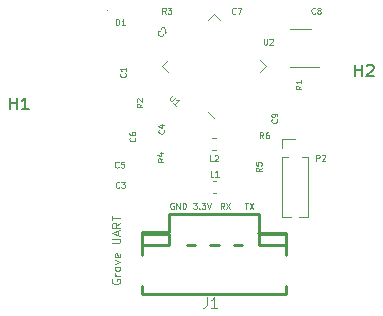
<source format=gbr>
G04 #@! TF.GenerationSoftware,KiCad,Pcbnew,5.1.9*
G04 #@! TF.CreationDate,2021-04-01T11:10:47+02:00*
G04 #@! TF.ProjectId,Y11025HL,59313130-3235-4484-9c2e-6b696361645f,rev?*
G04 #@! TF.SameCoordinates,Original*
G04 #@! TF.FileFunction,Legend,Top*
G04 #@! TF.FilePolarity,Positive*
%FSLAX45Y45*%
G04 Gerber Fmt 4.5, Leading zero omitted, Abs format (unit mm)*
G04 Created by KiCad (PCBNEW 5.1.9) date 2021-04-01 11:10:47*
%MOMM*%
%LPD*%
G01*
G04 APERTURE LIST*
%ADD10C,0.070000*%
%ADD11C,0.254000*%
%ADD12C,0.120000*%
%ADD13C,0.100000*%
%ADD14C,0.101600*%
%ADD15C,0.080000*%
%ADD16C,0.150000*%
G04 APERTURE END LIST*
D10*
X10261605Y-10494569D02*
X10290176Y-10494569D01*
X10275890Y-10544569D02*
X10275890Y-10494569D01*
X10302081Y-10494569D02*
X10335414Y-10544569D01*
X10335414Y-10494569D02*
X10302081Y-10544569D01*
X10088167Y-10544569D02*
X10071500Y-10520760D01*
X10059595Y-10544569D02*
X10059595Y-10494569D01*
X10078643Y-10494569D01*
X10083405Y-10496950D01*
X10085786Y-10499331D01*
X10088167Y-10504093D01*
X10088167Y-10511236D01*
X10085786Y-10515998D01*
X10083405Y-10518379D01*
X10078643Y-10520760D01*
X10059595Y-10520760D01*
X10104833Y-10494569D02*
X10138167Y-10544569D01*
X10138167Y-10494569D02*
X10104833Y-10544569D01*
X9825840Y-10494569D02*
X9856793Y-10494569D01*
X9840126Y-10513617D01*
X9847269Y-10513617D01*
X9852031Y-10515998D01*
X9854412Y-10518379D01*
X9856793Y-10523140D01*
X9856793Y-10535045D01*
X9854412Y-10539807D01*
X9852031Y-10542188D01*
X9847269Y-10544569D01*
X9832983Y-10544569D01*
X9828221Y-10542188D01*
X9825840Y-10539807D01*
X9878221Y-10539807D02*
X9880602Y-10542188D01*
X9878221Y-10544569D01*
X9875840Y-10542188D01*
X9878221Y-10539807D01*
X9878221Y-10544569D01*
X9897269Y-10494569D02*
X9928221Y-10494569D01*
X9911555Y-10513617D01*
X9918698Y-10513617D01*
X9923460Y-10515998D01*
X9925840Y-10518379D01*
X9928221Y-10523140D01*
X9928221Y-10535045D01*
X9925840Y-10539807D01*
X9923460Y-10542188D01*
X9918698Y-10544569D01*
X9904412Y-10544569D01*
X9899650Y-10542188D01*
X9897269Y-10539807D01*
X9942507Y-10494569D02*
X9959174Y-10544569D01*
X9975840Y-10494569D01*
X9658355Y-10496950D02*
X9653593Y-10494569D01*
X9646450Y-10494569D01*
X9639307Y-10496950D01*
X9634545Y-10501712D01*
X9632164Y-10506474D01*
X9629783Y-10515998D01*
X9629783Y-10523140D01*
X9632164Y-10532664D01*
X9634545Y-10537426D01*
X9639307Y-10542188D01*
X9646450Y-10544569D01*
X9651212Y-10544569D01*
X9658355Y-10542188D01*
X9660736Y-10539807D01*
X9660736Y-10523140D01*
X9651212Y-10523140D01*
X9682164Y-10544569D02*
X9682164Y-10494569D01*
X9710736Y-10544569D01*
X9710736Y-10494569D01*
X9734545Y-10544569D02*
X9734545Y-10494569D01*
X9746450Y-10494569D01*
X9753593Y-10496950D01*
X9758355Y-10501712D01*
X9760736Y-10506474D01*
X9763117Y-10515998D01*
X9763117Y-10523140D01*
X9760736Y-10532664D01*
X9758355Y-10537426D01*
X9753593Y-10542188D01*
X9746450Y-10544569D01*
X9734545Y-10544569D01*
D11*
X9840234Y-10847188D02*
X9770130Y-10847188D01*
X10039878Y-10847188D02*
X9970028Y-10847188D01*
X10239776Y-10847188D02*
X10169926Y-10847188D01*
X10379984Y-10590140D02*
X10379984Y-10747112D01*
X9620016Y-10590140D02*
X10379984Y-10590140D01*
X9620016Y-10737460D02*
X9620016Y-10590140D01*
X9390146Y-11267050D02*
X9390146Y-11197200D01*
X9390146Y-10937104D02*
X9390146Y-10737460D01*
X10609854Y-10937104D02*
X10609854Y-10747112D01*
X10609854Y-11267050D02*
X10609854Y-11197200D01*
X9390146Y-10847188D02*
X9390146Y-10911704D01*
X9390146Y-11267050D02*
X9390146Y-11197200D01*
X10609854Y-10847188D02*
X10609854Y-10911704D01*
X10609854Y-11267050D02*
X10609854Y-11197200D01*
X9622556Y-10737968D02*
X9394718Y-10737968D01*
X10605282Y-10747874D02*
X10377444Y-10747874D01*
X10609854Y-11267050D02*
X9390146Y-11267050D01*
X9390146Y-10757272D02*
X9390146Y-10847188D01*
X9620016Y-10757272D02*
X9390146Y-10757272D01*
X9620016Y-10847188D02*
X9620016Y-10757272D01*
X9620016Y-10847188D02*
X9390146Y-10847188D01*
X10379984Y-10757272D02*
X10379984Y-10847188D01*
X10609854Y-10757272D02*
X10379984Y-10757272D01*
X10609854Y-10847188D02*
X10609854Y-10757272D01*
X10609854Y-11267050D02*
X9390146Y-11267050D01*
X10609854Y-10847188D02*
X10379984Y-10847188D01*
D12*
X9948167Y-9721287D02*
X10001200Y-9774320D01*
X10001200Y-8894680D02*
X9948167Y-8947713D01*
X10054233Y-8947713D02*
X10001200Y-8894680D01*
X10441020Y-9334500D02*
X10387987Y-9387533D01*
X10387987Y-9281467D02*
X10441020Y-9334500D01*
X9561380Y-9334500D02*
X9614413Y-9281467D01*
X9614413Y-9387533D02*
X9561380Y-9334500D01*
D13*
X9099450Y-8864600D02*
G75*
G03*
X9099450Y-8864600I-5000J0D01*
G01*
D12*
X9988722Y-10312200D02*
X10021278Y-10312200D01*
X9988722Y-10414200D02*
X10021278Y-10414200D01*
X9983702Y-10045900D02*
X10016258Y-10045900D01*
X9983702Y-9943900D02*
X10016258Y-9943900D01*
X10576000Y-9957000D02*
X10687000Y-9957000D01*
X10576000Y-10033000D02*
X10576000Y-9957000D01*
X10743347Y-10109000D02*
X10798000Y-10109000D01*
X10576000Y-10109000D02*
X10630653Y-10109000D01*
X10798000Y-10109000D02*
X10798000Y-10610500D01*
X10576000Y-10109000D02*
X10576000Y-10610500D01*
X10717753Y-10610500D02*
X10798000Y-10610500D01*
X10576000Y-10610500D02*
X10656247Y-10610500D01*
X10641500Y-9343100D02*
X10886500Y-9343100D01*
X10821500Y-9021100D02*
X10641500Y-9021100D01*
D14*
X9938617Y-11294567D02*
X9938617Y-11358067D01*
X9934383Y-11370767D01*
X9925917Y-11379233D01*
X9913217Y-11383467D01*
X9904750Y-11383467D01*
X10027517Y-11383467D02*
X9976717Y-11383467D01*
X10002117Y-11383467D02*
X10002117Y-11294567D01*
X9993650Y-11307267D01*
X9985183Y-11315733D01*
X9976717Y-11319967D01*
D15*
X9140750Y-11143267D02*
X9137417Y-11149933D01*
X9137417Y-11159933D01*
X9140750Y-11169933D01*
X9147417Y-11176600D01*
X9154083Y-11179933D01*
X9167417Y-11183267D01*
X9177417Y-11183267D01*
X9190750Y-11179933D01*
X9197417Y-11176600D01*
X9204083Y-11169933D01*
X9207417Y-11159933D01*
X9207417Y-11153267D01*
X9204083Y-11143267D01*
X9200750Y-11139933D01*
X9177417Y-11139933D01*
X9177417Y-11153267D01*
X9207417Y-11109933D02*
X9160750Y-11109933D01*
X9174083Y-11109933D02*
X9167417Y-11106600D01*
X9164083Y-11103267D01*
X9160750Y-11096600D01*
X9160750Y-11089933D01*
X9207417Y-11056600D02*
X9204083Y-11063267D01*
X9200750Y-11066600D01*
X9194083Y-11069933D01*
X9174083Y-11069933D01*
X9167417Y-11066600D01*
X9164083Y-11063267D01*
X9160750Y-11056600D01*
X9160750Y-11046600D01*
X9164083Y-11039933D01*
X9167417Y-11036600D01*
X9174083Y-11033267D01*
X9194083Y-11033267D01*
X9200750Y-11036600D01*
X9204083Y-11039933D01*
X9207417Y-11046600D01*
X9207417Y-11056600D01*
X9160750Y-11009933D02*
X9207417Y-10993267D01*
X9160750Y-10976600D01*
X9204083Y-10923267D02*
X9207417Y-10929933D01*
X9207417Y-10943267D01*
X9204083Y-10949933D01*
X9197417Y-10953267D01*
X9170750Y-10953267D01*
X9164083Y-10949933D01*
X9160750Y-10943267D01*
X9160750Y-10929933D01*
X9164083Y-10923267D01*
X9170750Y-10919933D01*
X9177417Y-10919933D01*
X9184083Y-10953267D01*
X9137417Y-10836600D02*
X9194083Y-10836600D01*
X9200750Y-10833267D01*
X9204083Y-10829933D01*
X9207417Y-10823267D01*
X9207417Y-10809933D01*
X9204083Y-10803267D01*
X9200750Y-10799933D01*
X9194083Y-10796600D01*
X9137417Y-10796600D01*
X9187417Y-10766600D02*
X9187417Y-10733267D01*
X9207417Y-10773267D02*
X9137417Y-10749933D01*
X9207417Y-10726600D01*
X9207417Y-10663267D02*
X9174083Y-10686600D01*
X9207417Y-10703267D02*
X9137417Y-10703267D01*
X9137417Y-10676600D01*
X9140750Y-10669933D01*
X9144083Y-10666600D01*
X9150750Y-10663267D01*
X9160750Y-10663267D01*
X9167417Y-10666600D01*
X9170750Y-10669933D01*
X9174083Y-10676600D01*
X9174083Y-10703267D01*
X9137417Y-10643267D02*
X9137417Y-10603267D01*
X9207417Y-10623267D02*
X9137417Y-10623267D01*
D10*
X9657124Y-9580301D02*
X9628503Y-9608922D01*
X9626819Y-9613973D01*
X9626819Y-9617340D01*
X9628503Y-9622391D01*
X9635237Y-9629125D01*
X9640288Y-9630809D01*
X9643655Y-9630809D01*
X9648706Y-9629125D01*
X9677327Y-9600504D01*
X9677327Y-9671215D02*
X9657124Y-9651012D01*
X9667225Y-9661114D02*
X9702581Y-9625758D01*
X9694163Y-9627442D01*
X9687428Y-9627442D01*
X9682378Y-9625758D01*
X9250757Y-9397683D02*
X9253138Y-9400064D01*
X9255519Y-9407207D01*
X9255519Y-9411969D01*
X9253138Y-9419112D01*
X9248376Y-9423874D01*
X9243614Y-9426255D01*
X9234090Y-9428636D01*
X9226948Y-9428636D01*
X9217424Y-9426255D01*
X9212662Y-9423874D01*
X9207900Y-9419112D01*
X9205519Y-9411969D01*
X9205519Y-9407207D01*
X9207900Y-9400064D01*
X9210281Y-9397683D01*
X9255519Y-9350064D02*
X9255519Y-9378636D01*
X9255519Y-9364350D02*
X9205519Y-9364350D01*
X9212662Y-9369112D01*
X9217424Y-9373874D01*
X9219805Y-9378636D01*
X9569839Y-9067265D02*
X9569839Y-9070632D01*
X9566472Y-9077366D01*
X9563105Y-9080733D01*
X9556370Y-9084101D01*
X9549636Y-9084101D01*
X9544585Y-9082417D01*
X9536167Y-9077366D01*
X9531117Y-9072316D01*
X9526066Y-9063898D01*
X9524382Y-9058847D01*
X9524382Y-9052112D01*
X9527749Y-9045378D01*
X9531117Y-9042011D01*
X9537851Y-9038644D01*
X9541218Y-9038644D01*
X9554687Y-9025175D02*
X9554687Y-9021808D01*
X9556370Y-9016757D01*
X9564788Y-9008339D01*
X9569839Y-9006656D01*
X9573206Y-9006656D01*
X9578257Y-9008339D01*
X9581624Y-9011706D01*
X9584991Y-9018441D01*
X9584991Y-9058847D01*
X9606878Y-9036960D01*
X9199167Y-10362007D02*
X9196786Y-10364388D01*
X9189643Y-10366769D01*
X9184881Y-10366769D01*
X9177738Y-10364388D01*
X9172976Y-10359626D01*
X9170595Y-10354864D01*
X9168214Y-10345340D01*
X9168214Y-10338198D01*
X9170595Y-10328674D01*
X9172976Y-10323912D01*
X9177738Y-10319150D01*
X9184881Y-10316769D01*
X9189643Y-10316769D01*
X9196786Y-10319150D01*
X9199167Y-10321531D01*
X9215833Y-10316769D02*
X9246786Y-10316769D01*
X9230119Y-10335817D01*
X9237262Y-10335817D01*
X9242024Y-10338198D01*
X9244405Y-10340579D01*
X9246786Y-10345340D01*
X9246786Y-10357245D01*
X9244405Y-10362007D01*
X9242024Y-10364388D01*
X9237262Y-10366769D01*
X9222976Y-10366769D01*
X9218214Y-10364388D01*
X9215833Y-10362007D01*
X9574607Y-9876233D02*
X9576988Y-9878614D01*
X9579369Y-9885757D01*
X9579369Y-9890519D01*
X9576988Y-9897662D01*
X9572226Y-9902424D01*
X9567464Y-9904805D01*
X9557940Y-9907186D01*
X9550798Y-9907186D01*
X9541274Y-9904805D01*
X9536512Y-9902424D01*
X9531750Y-9897662D01*
X9529369Y-9890519D01*
X9529369Y-9885757D01*
X9531750Y-9878614D01*
X9534131Y-9876233D01*
X9546036Y-9833376D02*
X9579369Y-9833376D01*
X9526988Y-9845281D02*
X9562702Y-9857186D01*
X9562702Y-9826233D01*
X9192817Y-10190557D02*
X9190436Y-10192938D01*
X9183293Y-10195319D01*
X9178531Y-10195319D01*
X9171388Y-10192938D01*
X9166626Y-10188176D01*
X9164245Y-10183414D01*
X9161864Y-10173890D01*
X9161864Y-10166748D01*
X9164245Y-10157224D01*
X9166626Y-10152462D01*
X9171388Y-10147700D01*
X9178531Y-10145319D01*
X9183293Y-10145319D01*
X9190436Y-10147700D01*
X9192817Y-10150081D01*
X9238055Y-10145319D02*
X9214245Y-10145319D01*
X9211864Y-10169129D01*
X9214245Y-10166748D01*
X9219007Y-10164367D01*
X9230912Y-10164367D01*
X9235674Y-10166748D01*
X9238055Y-10169129D01*
X9240436Y-10173890D01*
X9240436Y-10185795D01*
X9238055Y-10190557D01*
X9235674Y-10192938D01*
X9230912Y-10195319D01*
X9219007Y-10195319D01*
X9214245Y-10192938D01*
X9211864Y-10190557D01*
X9330767Y-9942033D02*
X9333148Y-9944414D01*
X9335529Y-9951557D01*
X9335529Y-9956319D01*
X9333148Y-9963462D01*
X9328386Y-9968224D01*
X9323624Y-9970605D01*
X9314100Y-9972986D01*
X9306958Y-9972986D01*
X9297434Y-9970605D01*
X9292672Y-9968224D01*
X9287910Y-9963462D01*
X9285529Y-9956319D01*
X9285529Y-9951557D01*
X9287910Y-9944414D01*
X9290291Y-9942033D01*
X9285529Y-9899176D02*
X9285529Y-9908700D01*
X9287910Y-9913462D01*
X9290291Y-9915843D01*
X9297434Y-9920605D01*
X9306958Y-9922986D01*
X9326005Y-9922986D01*
X9330767Y-9920605D01*
X9333148Y-9918224D01*
X9335529Y-9913462D01*
X9335529Y-9903938D01*
X9333148Y-9899176D01*
X9330767Y-9896795D01*
X9326005Y-9894414D01*
X9314100Y-9894414D01*
X9309339Y-9896795D01*
X9306958Y-9899176D01*
X9304577Y-9903938D01*
X9304577Y-9913462D01*
X9306958Y-9918224D01*
X9309339Y-9920605D01*
X9314100Y-9922986D01*
X10183367Y-8888807D02*
X10180986Y-8891188D01*
X10173843Y-8893569D01*
X10169081Y-8893569D01*
X10161938Y-8891188D01*
X10157176Y-8886426D01*
X10154795Y-8881664D01*
X10152414Y-8872140D01*
X10152414Y-8864998D01*
X10154795Y-8855474D01*
X10157176Y-8850712D01*
X10161938Y-8845950D01*
X10169081Y-8843569D01*
X10173843Y-8843569D01*
X10180986Y-8845950D01*
X10183367Y-8848331D01*
X10200033Y-8843569D02*
X10233367Y-8843569D01*
X10211938Y-8893569D01*
X10856517Y-8888807D02*
X10854136Y-8891188D01*
X10846993Y-8893569D01*
X10842231Y-8893569D01*
X10835088Y-8891188D01*
X10830326Y-8886426D01*
X10827945Y-8881664D01*
X10825564Y-8872140D01*
X10825564Y-8864998D01*
X10827945Y-8855474D01*
X10830326Y-8850712D01*
X10835088Y-8845950D01*
X10842231Y-8843569D01*
X10846993Y-8843569D01*
X10854136Y-8845950D01*
X10856517Y-8848331D01*
X10885088Y-8864998D02*
X10880326Y-8862617D01*
X10877945Y-8860236D01*
X10875564Y-8855474D01*
X10875564Y-8853093D01*
X10877945Y-8848331D01*
X10880326Y-8845950D01*
X10885088Y-8843569D01*
X10894612Y-8843569D01*
X10899374Y-8845950D01*
X10901755Y-8848331D01*
X10904136Y-8853093D01*
X10904136Y-8855474D01*
X10901755Y-8860236D01*
X10899374Y-8862617D01*
X10894612Y-8864998D01*
X10885088Y-8864998D01*
X10880326Y-8867379D01*
X10877945Y-8869760D01*
X10875564Y-8874521D01*
X10875564Y-8884045D01*
X10877945Y-8888807D01*
X10880326Y-8891188D01*
X10885088Y-8893569D01*
X10894612Y-8893569D01*
X10899374Y-8891188D01*
X10901755Y-8888807D01*
X10904136Y-8884045D01*
X10904136Y-8874521D01*
X10901755Y-8869760D01*
X10899374Y-8867379D01*
X10894612Y-8864998D01*
X10532257Y-9786303D02*
X10534638Y-9788684D01*
X10537019Y-9795827D01*
X10537019Y-9800589D01*
X10534638Y-9807732D01*
X10529876Y-9812494D01*
X10525114Y-9814875D01*
X10515590Y-9817256D01*
X10508448Y-9817256D01*
X10498924Y-9814875D01*
X10494162Y-9812494D01*
X10489400Y-9807732D01*
X10487019Y-9800589D01*
X10487019Y-9795827D01*
X10489400Y-9788684D01*
X10491781Y-9786303D01*
X10537019Y-9762494D02*
X10537019Y-9752970D01*
X10534638Y-9748208D01*
X10532257Y-9745827D01*
X10525114Y-9741065D01*
X10515590Y-9738684D01*
X10496543Y-9738684D01*
X10491781Y-9741065D01*
X10489400Y-9743446D01*
X10487019Y-9748208D01*
X10487019Y-9757732D01*
X10489400Y-9762494D01*
X10491781Y-9764875D01*
X10496543Y-9767256D01*
X10508448Y-9767256D01*
X10513210Y-9764875D01*
X10515590Y-9762494D01*
X10517971Y-9757732D01*
X10517971Y-9748208D01*
X10515590Y-9743446D01*
X10513210Y-9741065D01*
X10508448Y-9738684D01*
X9170595Y-8988819D02*
X9170595Y-8938819D01*
X9182500Y-8938819D01*
X9189643Y-8941200D01*
X9194405Y-8945962D01*
X9196786Y-8950724D01*
X9199167Y-8960248D01*
X9199167Y-8967390D01*
X9196786Y-8976914D01*
X9194405Y-8981676D01*
X9189643Y-8986438D01*
X9182500Y-8988819D01*
X9170595Y-8988819D01*
X9246786Y-8988819D02*
X9218214Y-8988819D01*
X9232500Y-8988819D02*
X9232500Y-8938819D01*
X9227738Y-8945962D01*
X9222976Y-8950724D01*
X9218214Y-8953105D01*
X9996667Y-10271519D02*
X9972857Y-10271519D01*
X9972857Y-10221519D01*
X10039524Y-10271519D02*
X10010952Y-10271519D01*
X10025238Y-10271519D02*
X10025238Y-10221519D01*
X10020476Y-10228662D01*
X10015714Y-10233424D01*
X10010952Y-10235805D01*
X9991647Y-10139419D02*
X9967837Y-10139419D01*
X9967837Y-10089419D01*
X10005932Y-10094181D02*
X10008313Y-10091800D01*
X10013075Y-10089419D01*
X10024980Y-10089419D01*
X10029742Y-10091800D01*
X10032123Y-10094181D01*
X10034504Y-10098943D01*
X10034504Y-10103705D01*
X10032123Y-10110848D01*
X10003551Y-10139419D01*
X10034504Y-10139419D01*
X10866045Y-10138169D02*
X10866045Y-10088169D01*
X10885093Y-10088169D01*
X10889855Y-10090550D01*
X10892236Y-10092931D01*
X10894617Y-10097693D01*
X10894617Y-10104836D01*
X10892236Y-10109598D01*
X10889855Y-10111979D01*
X10885093Y-10114360D01*
X10866045Y-10114360D01*
X10913664Y-10092931D02*
X10916045Y-10090550D01*
X10920807Y-10088169D01*
X10932712Y-10088169D01*
X10937474Y-10090550D01*
X10939855Y-10092931D01*
X10942236Y-10097693D01*
X10942236Y-10102455D01*
X10939855Y-10109598D01*
X10911283Y-10138169D01*
X10942236Y-10138169D01*
X10741469Y-9501583D02*
X10717660Y-9518250D01*
X10741469Y-9530155D02*
X10691469Y-9530155D01*
X10691469Y-9511107D01*
X10693850Y-9506345D01*
X10696231Y-9503964D01*
X10700993Y-9501583D01*
X10708136Y-9501583D01*
X10712898Y-9503964D01*
X10715279Y-9506345D01*
X10717660Y-9511107D01*
X10717660Y-9530155D01*
X10741469Y-9453964D02*
X10741469Y-9482536D01*
X10741469Y-9468250D02*
X10691469Y-9468250D01*
X10698612Y-9473012D01*
X10703374Y-9477774D01*
X10705755Y-9482536D01*
X9395219Y-9656283D02*
X9371410Y-9672950D01*
X9395219Y-9684855D02*
X9345219Y-9684855D01*
X9345219Y-9665807D01*
X9347600Y-9661045D01*
X9349981Y-9658664D01*
X9354743Y-9656283D01*
X9361886Y-9656283D01*
X9366648Y-9658664D01*
X9369029Y-9661045D01*
X9371410Y-9665807D01*
X9371410Y-9684855D01*
X9349981Y-9637236D02*
X9347600Y-9634855D01*
X9345219Y-9630093D01*
X9345219Y-9618188D01*
X9347600Y-9613426D01*
X9349981Y-9611045D01*
X9354743Y-9608664D01*
X9359505Y-9608664D01*
X9366648Y-9611045D01*
X9395219Y-9639617D01*
X9395219Y-9608664D01*
X9592867Y-8893569D02*
X9576200Y-8869760D01*
X9564295Y-8893569D02*
X9564295Y-8843569D01*
X9583343Y-8843569D01*
X9588105Y-8845950D01*
X9590486Y-8848331D01*
X9592867Y-8853093D01*
X9592867Y-8860236D01*
X9590486Y-8864998D01*
X9588105Y-8867379D01*
X9583343Y-8869760D01*
X9564295Y-8869760D01*
X9609533Y-8843569D02*
X9640486Y-8843569D01*
X9623819Y-8862617D01*
X9630962Y-8862617D01*
X9635724Y-8864998D01*
X9638105Y-8867379D01*
X9640486Y-8872140D01*
X9640486Y-8884045D01*
X9638105Y-8888807D01*
X9635724Y-8891188D01*
X9630962Y-8893569D01*
X9616676Y-8893569D01*
X9611914Y-8891188D01*
X9609533Y-8888807D01*
X9573019Y-10117533D02*
X9549210Y-10134200D01*
X9573019Y-10146105D02*
X9523019Y-10146105D01*
X9523019Y-10127057D01*
X9525400Y-10122295D01*
X9527781Y-10119914D01*
X9532543Y-10117533D01*
X9539686Y-10117533D01*
X9544448Y-10119914D01*
X9546829Y-10122295D01*
X9549210Y-10127057D01*
X9549210Y-10146105D01*
X9539686Y-10074676D02*
X9573019Y-10074676D01*
X9520638Y-10086581D02*
X9556352Y-10098486D01*
X9556352Y-10067533D01*
X10403569Y-10197633D02*
X10379760Y-10214300D01*
X10403569Y-10226205D02*
X10353569Y-10226205D01*
X10353569Y-10207157D01*
X10355950Y-10202395D01*
X10358331Y-10200014D01*
X10363093Y-10197633D01*
X10370236Y-10197633D01*
X10374998Y-10200014D01*
X10377379Y-10202395D01*
X10379760Y-10207157D01*
X10379760Y-10226205D01*
X10353569Y-10152395D02*
X10353569Y-10176205D01*
X10377379Y-10178586D01*
X10374998Y-10176205D01*
X10372617Y-10171443D01*
X10372617Y-10159538D01*
X10374998Y-10154776D01*
X10377379Y-10152395D01*
X10382140Y-10150014D01*
X10394045Y-10150014D01*
X10398807Y-10152395D01*
X10401188Y-10154776D01*
X10403569Y-10159538D01*
X10403569Y-10171443D01*
X10401188Y-10176205D01*
X10398807Y-10178586D01*
X10418367Y-9947719D02*
X10401700Y-9923910D01*
X10389795Y-9947719D02*
X10389795Y-9897719D01*
X10408843Y-9897719D01*
X10413605Y-9900100D01*
X10415986Y-9902481D01*
X10418367Y-9907243D01*
X10418367Y-9914386D01*
X10415986Y-9919148D01*
X10413605Y-9921529D01*
X10408843Y-9923910D01*
X10389795Y-9923910D01*
X10461224Y-9897719D02*
X10451700Y-9897719D01*
X10446938Y-9900100D01*
X10444557Y-9902481D01*
X10439795Y-9909624D01*
X10437414Y-9919148D01*
X10437414Y-9938195D01*
X10439795Y-9942957D01*
X10442176Y-9945338D01*
X10446938Y-9947719D01*
X10456462Y-9947719D01*
X10461224Y-9945338D01*
X10463605Y-9942957D01*
X10465986Y-9938195D01*
X10465986Y-9926290D01*
X10463605Y-9921529D01*
X10461224Y-9919148D01*
X10456462Y-9916767D01*
X10446938Y-9916767D01*
X10442176Y-9919148D01*
X10439795Y-9921529D01*
X10437414Y-9926290D01*
X10420355Y-9103919D02*
X10420355Y-9144395D01*
X10422736Y-9149157D01*
X10425117Y-9151538D01*
X10429879Y-9153919D01*
X10439402Y-9153919D01*
X10444164Y-9151538D01*
X10446545Y-9149157D01*
X10448926Y-9144395D01*
X10448926Y-9103919D01*
X10470355Y-9108681D02*
X10472736Y-9106300D01*
X10477498Y-9103919D01*
X10489402Y-9103919D01*
X10494164Y-9106300D01*
X10496545Y-9108681D01*
X10498926Y-9113443D01*
X10498926Y-9118205D01*
X10496545Y-9125348D01*
X10467974Y-9153919D01*
X10498926Y-9153919D01*
D16*
X8274059Y-9703588D02*
X8274059Y-9603588D01*
X8274059Y-9651207D02*
X8331202Y-9651207D01*
X8331202Y-9703588D02*
X8331202Y-9603588D01*
X8431202Y-9703588D02*
X8374059Y-9703588D01*
X8402631Y-9703588D02*
X8402631Y-9603588D01*
X8393107Y-9617874D01*
X8383583Y-9627398D01*
X8374059Y-9632160D01*
X11195059Y-9424188D02*
X11195059Y-9324188D01*
X11195059Y-9371807D02*
X11252202Y-9371807D01*
X11252202Y-9424188D02*
X11252202Y-9324188D01*
X11295059Y-9333712D02*
X11299821Y-9328950D01*
X11309345Y-9324188D01*
X11333155Y-9324188D01*
X11342678Y-9328950D01*
X11347440Y-9333712D01*
X11352202Y-9343236D01*
X11352202Y-9352760D01*
X11347440Y-9367045D01*
X11290298Y-9424188D01*
X11352202Y-9424188D01*
M02*

</source>
